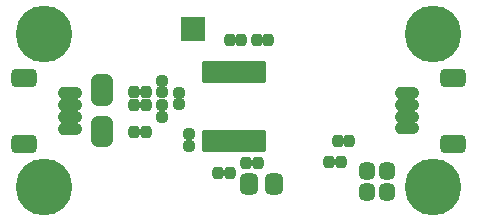
<source format=gbr>
%TF.GenerationSoftware,KiCad,Pcbnew,(6.0.4-0)*%
%TF.CreationDate,2022-07-19T08:11:49-06:00*%
%TF.ProjectId,two-wire-single,74776f2d-7769-4726-952d-73696e676c65,rev?*%
%TF.SameCoordinates,Original*%
%TF.FileFunction,Soldermask,Top*%
%TF.FilePolarity,Negative*%
%FSLAX46Y46*%
G04 Gerber Fmt 4.6, Leading zero omitted, Abs format (unit mm)*
G04 Created by KiCad (PCBNEW (6.0.4-0)) date 2022-07-19 08:11:49*
%MOMM*%
%LPD*%
G01*
G04 APERTURE LIST*
G04 Aperture macros list*
%AMRoundRect*
0 Rectangle with rounded corners*
0 $1 Rounding radius*
0 $2 $3 $4 $5 $6 $7 $8 $9 X,Y pos of 4 corners*
0 Add a 4 corners polygon primitive as box body*
4,1,4,$2,$3,$4,$5,$6,$7,$8,$9,$2,$3,0*
0 Add four circle primitives for the rounded corners*
1,1,$1+$1,$2,$3*
1,1,$1+$1,$4,$5*
1,1,$1+$1,$6,$7*
1,1,$1+$1,$8,$9*
0 Add four rect primitives between the rounded corners*
20,1,$1+$1,$2,$3,$4,$5,0*
20,1,$1+$1,$4,$5,$6,$7,0*
20,1,$1+$1,$6,$7,$8,$9,0*
20,1,$1+$1,$8,$9,$2,$3,0*%
%AMFreePoly0*
4,1,41,0.586777,0.930194,0.656366,0.874698,0.694986,0.794504,0.700000,0.750000,0.700000,-0.750000,0.680194,-0.836777,0.624698,-0.906366,0.544504,-0.944986,0.500000,-0.950000,0.000000,-0.950000,-0.023504,-0.944635,-0.083606,-0.943534,-0.139582,-0.934468,-0.274897,-0.892193,-0.326080,-0.867780,-0.444090,-0.789225,-0.486362,-0.751429,-0.577582,-0.642910,-0.607548,-0.594768,-0.664643,-0.465009,
-0.679893,-0.410393,-0.697476,-0.275933,-0.697084,-0.275882,-0.700000,-0.250000,-0.700000,0.250000,-0.697921,0.259109,-0.697582,0.286880,-0.675771,0.426957,-0.659192,0.481183,-0.598944,0.609508,-0.567811,0.656904,-0.473967,0.763162,-0.430783,0.799915,-0.310888,0.875563,-0.259125,0.898717,-0.122818,0.937674,-0.066635,0.945370,-0.042411,0.945222,0.000000,0.950000,0.500000,0.950000,
0.586777,0.930194,0.586777,0.930194,$1*%
%AMFreePoly1*
4,1,41,0.022678,0.944824,0.075125,0.944504,0.131210,0.936123,0.267031,0.895504,0.318507,0.871718,0.437469,0.794611,0.480202,0.757333,0.572740,0.649936,0.603290,0.602165,0.661967,0.473113,0.677883,0.418686,0.697980,0.278353,0.700000,0.250000,0.700000,-0.250000,0.699985,-0.252439,0.699836,-0.264655,0.697079,-0.295398,0.673559,-0.435199,0.656318,-0.489221,0.594506,-0.616800,
0.562797,-0.663810,0.467662,-0.768914,0.424032,-0.805137,0.303222,-0.879314,0.251181,-0.901834,0.114408,-0.939123,0.058135,-0.946132,0.037663,-0.945757,0.000000,-0.950000,-0.500000,-0.950000,-0.586777,-0.930194,-0.656366,-0.874698,-0.694986,-0.794504,-0.700000,-0.750000,-0.700000,0.750000,-0.680194,0.836777,-0.624698,0.906366,-0.544504,0.944986,-0.500000,0.950000,0.000000,0.950000,
0.022678,0.944824,0.022678,0.944824,$1*%
G04 Aperture macros list end*
%ADD10C,1.100000*%
%ADD11C,4.800000*%
%ADD12RoundRect,0.347500X-0.147500X-0.172500X0.147500X-0.172500X0.147500X0.172500X-0.147500X0.172500X0*%
%ADD13RoundRect,0.347500X0.147500X0.172500X-0.147500X0.172500X-0.147500X-0.172500X0.147500X-0.172500X0*%
%ADD14RoundRect,0.450000X0.325000X0.450000X-0.325000X0.450000X-0.325000X-0.450000X0.325000X-0.450000X0*%
%ADD15RoundRect,0.347500X-0.172500X0.147500X-0.172500X-0.147500X0.172500X-0.147500X0.172500X0.147500X0*%
%ADD16RoundRect,0.347500X0.172500X-0.147500X0.172500X0.147500X-0.172500X0.147500X-0.172500X-0.147500X0*%
%ADD17RoundRect,0.200000X-0.225000X0.750000X-0.225000X-0.750000X0.225000X-0.750000X0.225000X0.750000X0*%
%ADD18RoundRect,0.350000X-0.625000X0.150000X-0.625000X-0.150000X0.625000X-0.150000X0.625000X0.150000X0*%
%ADD19RoundRect,0.450000X-0.650000X0.350000X-0.650000X-0.350000X0.650000X-0.350000X0.650000X0.350000X0*%
%ADD20FreePoly0,270.000000*%
%ADD21FreePoly1,270.000000*%
%ADD22RoundRect,0.437500X0.237500X-0.287500X0.237500X0.287500X-0.237500X0.287500X-0.237500X-0.287500X0*%
%ADD23RoundRect,0.350000X0.625000X-0.150000X0.625000X0.150000X-0.625000X0.150000X-0.625000X-0.150000X0*%
%ADD24RoundRect,0.450000X0.650000X-0.350000X0.650000X0.350000X-0.650000X0.350000X-0.650000X-0.350000X0*%
%ADD25RoundRect,0.200000X-0.850000X-0.850000X0.850000X-0.850000X0.850000X0.850000X-0.850000X0.850000X0*%
G04 APERTURE END LIST*
D10*
%TO.C,MH1*%
X101350000Y-84000000D03*
X103000000Y-82350000D03*
X104166726Y-85166726D03*
X104166726Y-82833274D03*
D11*
X103000000Y-84000000D03*
D10*
X104650000Y-84000000D03*
X101833274Y-82833274D03*
X101833274Y-85166726D03*
X103000000Y-85650000D03*
%TD*%
D11*
%TO.C,MH2*%
X136000000Y-84000000D03*
D10*
X137166726Y-82833274D03*
X134350000Y-84000000D03*
X137650000Y-84000000D03*
X137166726Y-85166726D03*
X136000000Y-82350000D03*
X136000000Y-85650000D03*
X134833274Y-85166726D03*
X134833274Y-82833274D03*
%TD*%
%TO.C,MH3*%
X101833274Y-98166726D03*
D11*
X103000000Y-97000000D03*
D10*
X104166726Y-98166726D03*
X101833274Y-95833274D03*
X104166726Y-95833274D03*
X103000000Y-95350000D03*
X104650000Y-97000000D03*
X101350000Y-97000000D03*
X103000000Y-98650000D03*
%TD*%
D11*
%TO.C,MH4*%
X136000000Y-97000000D03*
D10*
X134833274Y-95833274D03*
X134350000Y-97000000D03*
X137650000Y-97000000D03*
X136000000Y-95350000D03*
X137166726Y-98166726D03*
X137166726Y-95833274D03*
X134833274Y-98166726D03*
X136000000Y-98650000D03*
%TD*%
D12*
%TO.C,R13*%
X110683000Y-92300000D03*
X111653000Y-92300000D03*
%TD*%
D13*
%TO.C,R14*%
X111650000Y-88950000D03*
X110680000Y-88950000D03*
%TD*%
%TO.C,R15*%
X111635000Y-90050000D03*
X110665000Y-90050000D03*
%TD*%
D14*
%TO.C,L2*%
X122475000Y-96750000D03*
X120425000Y-96750000D03*
%TD*%
D15*
%TO.C,C8*%
X113050000Y-87965000D03*
X113050000Y-88935000D03*
%TD*%
%TO.C,C9*%
X113050000Y-90050000D03*
X113050000Y-91020000D03*
%TD*%
%TO.C,C10*%
X114450000Y-88990000D03*
X114450000Y-89960000D03*
%TD*%
D16*
%TO.C,C11*%
X115350000Y-93460000D03*
X115350000Y-92490000D03*
%TD*%
D12*
%TO.C,C17*%
X120165000Y-94950000D03*
X121135000Y-94950000D03*
%TD*%
D17*
%TO.C,IC2*%
X121425000Y-87200000D03*
X120775000Y-87200000D03*
X120125000Y-87200000D03*
X119475000Y-87200000D03*
X118825000Y-87200000D03*
X118175000Y-87200000D03*
X117525000Y-87200000D03*
X116875000Y-87200000D03*
X116875000Y-93100000D03*
X117525000Y-93100000D03*
X118175000Y-93100000D03*
X118825000Y-93100000D03*
X119475000Y-93100000D03*
X120125000Y-93100000D03*
X120775000Y-93100000D03*
X121425000Y-93100000D03*
%TD*%
D12*
%TO.C,C27*%
X118765000Y-84550000D03*
X119735000Y-84550000D03*
%TD*%
D13*
%TO.C,R23*%
X122035000Y-84550000D03*
X121065000Y-84550000D03*
%TD*%
D12*
%TO.C,C18*%
X117780000Y-95750000D03*
X118750000Y-95750000D03*
%TD*%
D18*
%TO.C,J1*%
X105250000Y-89050000D03*
X105250000Y-90050000D03*
X105250000Y-91050000D03*
X105250000Y-92050000D03*
D19*
X101375000Y-93350000D03*
X101375000Y-87750000D03*
%TD*%
D20*
%TO.C,JP1*%
X107950000Y-88100000D03*
D21*
X107950000Y-89400000D03*
%TD*%
D20*
%TO.C,JP2*%
X107950000Y-91600000D03*
D21*
X107950000Y-92900000D03*
%TD*%
D22*
%TO.C,R1*%
X132050000Y-97375000D03*
X132050000Y-95625000D03*
%TD*%
%TO.C,R2*%
X130400000Y-97375000D03*
X130400000Y-95625000D03*
%TD*%
D23*
%TO.C,J2*%
X133750000Y-92000000D03*
X133750000Y-91000000D03*
X133750000Y-90000000D03*
X133750000Y-89000000D03*
D24*
X137625000Y-87700000D03*
X137625000Y-93300000D03*
%TD*%
D25*
%TO.C,J3*%
X115650000Y-83550000D03*
%TD*%
D13*
%TO.C,R3*%
X128150000Y-94850000D03*
X127180000Y-94850000D03*
%TD*%
D12*
%TO.C,R4*%
X127930000Y-93050000D03*
X128900000Y-93050000D03*
%TD*%
M02*

</source>
